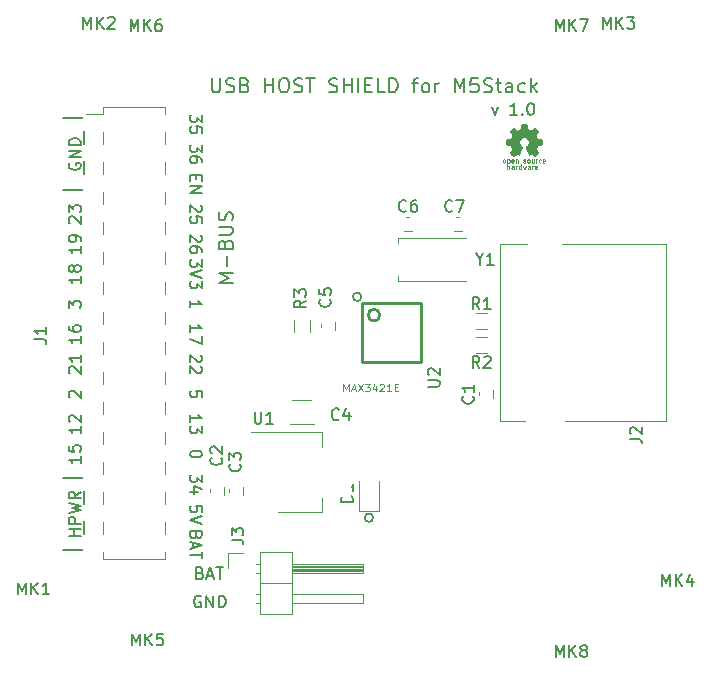
<source format=gto>
G04 #@! TF.FileFunction,Legend,Top*
%FSLAX46Y46*%
G04 Gerber Fmt 4.6, Leading zero omitted, Abs format (unit mm)*
G04 Created by KiCad (PCBNEW 4.0.7) date 06/02/18 04:08:01*
%MOMM*%
%LPD*%
G01*
G04 APERTURE LIST*
%ADD10C,0.100000*%
%ADD11C,0.080000*%
%ADD12C,0.200000*%
%ADD13C,0.120000*%
%ADD14C,0.254000*%
%ADD15C,0.002540*%
%ADD16C,0.150000*%
%ADD17C,0.050000*%
%ADD18R,2.400000X4.200000*%
%ADD19R,2.400000X1.900000*%
%ADD20C,3.600000*%
%ADD21R,1.150000X1.200000*%
%ADD22R,1.400000X2.000000*%
%ADD23R,1.200000X1.150000*%
%ADD24R,0.850000X1.000000*%
%ADD25C,1.900000*%
%ADD26C,3.400000*%
%ADD27C,2.600000*%
%ADD28R,0.900000X1.300000*%
%ADD29R,1.300000X0.900000*%
%ADD30R,1.543000X0.654000*%
%ADD31R,0.654000X1.543000*%
%ADD32R,2.400000X2.800000*%
%ADD33R,2.100000X2.100000*%
%ADD34O,2.100000X2.100000*%
%ADD35C,1.200000*%
%ADD36R,3.550000X1.400000*%
G04 APERTURE END LIST*
D10*
D11*
X141602857Y-94140952D02*
X141602857Y-93740952D01*
X141774286Y-94140952D02*
X141774286Y-93931429D01*
X141755238Y-93893333D01*
X141717143Y-93874286D01*
X141660000Y-93874286D01*
X141621905Y-93893333D01*
X141602857Y-93912381D01*
X142136191Y-94140952D02*
X142136191Y-93931429D01*
X142117143Y-93893333D01*
X142079048Y-93874286D01*
X142002857Y-93874286D01*
X141964762Y-93893333D01*
X142136191Y-94121905D02*
X142098095Y-94140952D01*
X142002857Y-94140952D01*
X141964762Y-94121905D01*
X141945714Y-94083810D01*
X141945714Y-94045714D01*
X141964762Y-94007619D01*
X142002857Y-93988571D01*
X142098095Y-93988571D01*
X142136191Y-93969524D01*
X142326667Y-94140952D02*
X142326667Y-93874286D01*
X142326667Y-93950476D02*
X142345715Y-93912381D01*
X142364762Y-93893333D01*
X142402858Y-93874286D01*
X142440953Y-93874286D01*
X142745715Y-94140952D02*
X142745715Y-93740952D01*
X142745715Y-94121905D02*
X142707619Y-94140952D01*
X142631429Y-94140952D01*
X142593334Y-94121905D01*
X142574286Y-94102857D01*
X142555238Y-94064762D01*
X142555238Y-93950476D01*
X142574286Y-93912381D01*
X142593334Y-93893333D01*
X142631429Y-93874286D01*
X142707619Y-93874286D01*
X142745715Y-93893333D01*
X142898096Y-93874286D02*
X142974286Y-94140952D01*
X143050477Y-93950476D01*
X143126667Y-94140952D01*
X143202858Y-93874286D01*
X143526668Y-94140952D02*
X143526668Y-93931429D01*
X143507620Y-93893333D01*
X143469525Y-93874286D01*
X143393334Y-93874286D01*
X143355239Y-93893333D01*
X143526668Y-94121905D02*
X143488572Y-94140952D01*
X143393334Y-94140952D01*
X143355239Y-94121905D01*
X143336191Y-94083810D01*
X143336191Y-94045714D01*
X143355239Y-94007619D01*
X143393334Y-93988571D01*
X143488572Y-93988571D01*
X143526668Y-93969524D01*
X143717144Y-94140952D02*
X143717144Y-93874286D01*
X143717144Y-93950476D02*
X143736192Y-93912381D01*
X143755239Y-93893333D01*
X143793335Y-93874286D01*
X143831430Y-93874286D01*
X144117144Y-94121905D02*
X144079049Y-94140952D01*
X144002858Y-94140952D01*
X143964763Y-94121905D01*
X143945715Y-94083810D01*
X143945715Y-93931429D01*
X143964763Y-93893333D01*
X144002858Y-93874286D01*
X144079049Y-93874286D01*
X144117144Y-93893333D01*
X144136192Y-93931429D01*
X144136192Y-93969524D01*
X143945715Y-94007619D01*
X141295238Y-93590952D02*
X141257143Y-93571905D01*
X141238095Y-93552857D01*
X141219047Y-93514762D01*
X141219047Y-93400476D01*
X141238095Y-93362381D01*
X141257143Y-93343333D01*
X141295238Y-93324286D01*
X141352381Y-93324286D01*
X141390476Y-93343333D01*
X141409524Y-93362381D01*
X141428571Y-93400476D01*
X141428571Y-93514762D01*
X141409524Y-93552857D01*
X141390476Y-93571905D01*
X141352381Y-93590952D01*
X141295238Y-93590952D01*
X141600000Y-93324286D02*
X141600000Y-93724286D01*
X141600000Y-93343333D02*
X141638095Y-93324286D01*
X141714286Y-93324286D01*
X141752381Y-93343333D01*
X141771429Y-93362381D01*
X141790476Y-93400476D01*
X141790476Y-93514762D01*
X141771429Y-93552857D01*
X141752381Y-93571905D01*
X141714286Y-93590952D01*
X141638095Y-93590952D01*
X141600000Y-93571905D01*
X142114286Y-93571905D02*
X142076191Y-93590952D01*
X142000000Y-93590952D01*
X141961905Y-93571905D01*
X141942857Y-93533810D01*
X141942857Y-93381429D01*
X141961905Y-93343333D01*
X142000000Y-93324286D01*
X142076191Y-93324286D01*
X142114286Y-93343333D01*
X142133334Y-93381429D01*
X142133334Y-93419524D01*
X141942857Y-93457619D01*
X142304762Y-93324286D02*
X142304762Y-93590952D01*
X142304762Y-93362381D02*
X142323810Y-93343333D01*
X142361905Y-93324286D01*
X142419048Y-93324286D01*
X142457143Y-93343333D01*
X142476191Y-93381429D01*
X142476191Y-93590952D01*
X142952381Y-93571905D02*
X142990477Y-93590952D01*
X143066667Y-93590952D01*
X143104762Y-93571905D01*
X143123810Y-93533810D01*
X143123810Y-93514762D01*
X143104762Y-93476667D01*
X143066667Y-93457619D01*
X143009524Y-93457619D01*
X142971429Y-93438571D01*
X142952381Y-93400476D01*
X142952381Y-93381429D01*
X142971429Y-93343333D01*
X143009524Y-93324286D01*
X143066667Y-93324286D01*
X143104762Y-93343333D01*
X143352382Y-93590952D02*
X143314287Y-93571905D01*
X143295239Y-93552857D01*
X143276191Y-93514762D01*
X143276191Y-93400476D01*
X143295239Y-93362381D01*
X143314287Y-93343333D01*
X143352382Y-93324286D01*
X143409525Y-93324286D01*
X143447620Y-93343333D01*
X143466668Y-93362381D01*
X143485715Y-93400476D01*
X143485715Y-93514762D01*
X143466668Y-93552857D01*
X143447620Y-93571905D01*
X143409525Y-93590952D01*
X143352382Y-93590952D01*
X143828573Y-93324286D02*
X143828573Y-93590952D01*
X143657144Y-93324286D02*
X143657144Y-93533810D01*
X143676192Y-93571905D01*
X143714287Y-93590952D01*
X143771430Y-93590952D01*
X143809525Y-93571905D01*
X143828573Y-93552857D01*
X144019049Y-93590952D02*
X144019049Y-93324286D01*
X144019049Y-93400476D02*
X144038097Y-93362381D01*
X144057144Y-93343333D01*
X144095240Y-93324286D01*
X144133335Y-93324286D01*
X144438097Y-93571905D02*
X144400001Y-93590952D01*
X144323811Y-93590952D01*
X144285716Y-93571905D01*
X144266668Y-93552857D01*
X144247620Y-93514762D01*
X144247620Y-93400476D01*
X144266668Y-93362381D01*
X144285716Y-93343333D01*
X144323811Y-93324286D01*
X144400001Y-93324286D01*
X144438097Y-93343333D01*
X144761906Y-93571905D02*
X144723811Y-93590952D01*
X144647620Y-93590952D01*
X144609525Y-93571905D01*
X144590477Y-93533810D01*
X144590477Y-93381429D01*
X144609525Y-93343333D01*
X144647620Y-93324286D01*
X144723811Y-93324286D01*
X144761906Y-93343333D01*
X144780954Y-93381429D01*
X144780954Y-93419524D01*
X144590477Y-93457619D01*
D12*
X115638096Y-130300000D02*
X115542858Y-130252381D01*
X115400001Y-130252381D01*
X115257143Y-130300000D01*
X115161905Y-130395238D01*
X115114286Y-130490476D01*
X115066667Y-130680952D01*
X115066667Y-130823810D01*
X115114286Y-131014286D01*
X115161905Y-131109524D01*
X115257143Y-131204762D01*
X115400001Y-131252381D01*
X115495239Y-131252381D01*
X115638096Y-131204762D01*
X115685715Y-131157143D01*
X115685715Y-130823810D01*
X115495239Y-130823810D01*
X116114286Y-131252381D02*
X116114286Y-130252381D01*
X116685715Y-131252381D01*
X116685715Y-130252381D01*
X117161905Y-131252381D02*
X117161905Y-130252381D01*
X117400000Y-130252381D01*
X117542858Y-130300000D01*
X117638096Y-130395238D01*
X117685715Y-130490476D01*
X117733334Y-130680952D01*
X117733334Y-130823810D01*
X117685715Y-131014286D01*
X117638096Y-131109524D01*
X117542858Y-131204762D01*
X117400000Y-131252381D01*
X117161905Y-131252381D01*
X115561905Y-128328571D02*
X115704762Y-128376190D01*
X115752381Y-128423810D01*
X115800000Y-128519048D01*
X115800000Y-128661905D01*
X115752381Y-128757143D01*
X115704762Y-128804762D01*
X115609524Y-128852381D01*
X115228571Y-128852381D01*
X115228571Y-127852381D01*
X115561905Y-127852381D01*
X115657143Y-127900000D01*
X115704762Y-127947619D01*
X115752381Y-128042857D01*
X115752381Y-128138095D01*
X115704762Y-128233333D01*
X115657143Y-128280952D01*
X115561905Y-128328571D01*
X115228571Y-128328571D01*
X116180952Y-128566667D02*
X116657143Y-128566667D01*
X116085714Y-128852381D02*
X116419047Y-127852381D01*
X116752381Y-128852381D01*
X116942857Y-127852381D02*
X117514286Y-127852381D01*
X117228571Y-128852381D02*
X117228571Y-127852381D01*
X140290476Y-88885714D02*
X140528571Y-89552381D01*
X140766667Y-88885714D01*
X142433334Y-89552381D02*
X141861905Y-89552381D01*
X142147619Y-89552381D02*
X142147619Y-88552381D01*
X142052381Y-88695238D01*
X141957143Y-88790476D01*
X141861905Y-88838095D01*
X142861905Y-89457143D02*
X142909524Y-89504762D01*
X142861905Y-89552381D01*
X142814286Y-89504762D01*
X142861905Y-89457143D01*
X142861905Y-89552381D01*
X143528571Y-88552381D02*
X143623810Y-88552381D01*
X143719048Y-88600000D01*
X143766667Y-88647619D01*
X143814286Y-88742857D01*
X143861905Y-88933333D01*
X143861905Y-89171429D01*
X143814286Y-89361905D01*
X143766667Y-89457143D01*
X143719048Y-89504762D01*
X143623810Y-89552381D01*
X143528571Y-89552381D01*
X143433333Y-89504762D01*
X143385714Y-89457143D01*
X143338095Y-89361905D01*
X143290476Y-89171429D01*
X143290476Y-88933333D01*
X143338095Y-88742857D01*
X143385714Y-88647619D01*
X143433333Y-88600000D01*
X143528571Y-88552381D01*
X118342857Y-103742857D02*
X117142857Y-103742857D01*
X118000000Y-103342857D01*
X117142857Y-102942857D01*
X118342857Y-102942857D01*
X117885714Y-102371428D02*
X117885714Y-101457142D01*
X117714286Y-100485714D02*
X117771429Y-100314285D01*
X117828571Y-100257142D01*
X117942857Y-100199999D01*
X118114286Y-100199999D01*
X118228571Y-100257142D01*
X118285714Y-100314285D01*
X118342857Y-100428571D01*
X118342857Y-100885714D01*
X117142857Y-100885714D01*
X117142857Y-100485714D01*
X117200000Y-100371428D01*
X117257143Y-100314285D01*
X117371429Y-100257142D01*
X117485714Y-100257142D01*
X117600000Y-100314285D01*
X117657143Y-100371428D01*
X117714286Y-100485714D01*
X117714286Y-100885714D01*
X117142857Y-99685714D02*
X118114286Y-99685714D01*
X118228571Y-99628571D01*
X118285714Y-99571428D01*
X118342857Y-99457142D01*
X118342857Y-99228571D01*
X118285714Y-99114285D01*
X118228571Y-99057142D01*
X118114286Y-98999999D01*
X117142857Y-98999999D01*
X118285714Y-98485714D02*
X118342857Y-98314285D01*
X118342857Y-98028571D01*
X118285714Y-97914285D01*
X118228571Y-97857142D01*
X118114286Y-97799999D01*
X118000000Y-97799999D01*
X117885714Y-97857142D01*
X117828571Y-97914285D01*
X117771429Y-98028571D01*
X117714286Y-98257142D01*
X117657143Y-98371428D01*
X117600000Y-98428571D01*
X117485714Y-98485714D01*
X117371429Y-98485714D01*
X117257143Y-98428571D01*
X117200000Y-98371428D01*
X117142857Y-98257142D01*
X117142857Y-97971428D01*
X117200000Y-97799999D01*
X116585714Y-86442857D02*
X116585714Y-87414286D01*
X116642857Y-87528571D01*
X116700000Y-87585714D01*
X116814286Y-87642857D01*
X117042857Y-87642857D01*
X117157143Y-87585714D01*
X117214286Y-87528571D01*
X117271429Y-87414286D01*
X117271429Y-86442857D01*
X117785714Y-87585714D02*
X117957143Y-87642857D01*
X118242857Y-87642857D01*
X118357143Y-87585714D01*
X118414286Y-87528571D01*
X118471429Y-87414286D01*
X118471429Y-87300000D01*
X118414286Y-87185714D01*
X118357143Y-87128571D01*
X118242857Y-87071429D01*
X118014286Y-87014286D01*
X117900000Y-86957143D01*
X117842857Y-86900000D01*
X117785714Y-86785714D01*
X117785714Y-86671429D01*
X117842857Y-86557143D01*
X117900000Y-86500000D01*
X118014286Y-86442857D01*
X118300000Y-86442857D01*
X118471429Y-86500000D01*
X119385714Y-87014286D02*
X119557143Y-87071429D01*
X119614286Y-87128571D01*
X119671429Y-87242857D01*
X119671429Y-87414286D01*
X119614286Y-87528571D01*
X119557143Y-87585714D01*
X119442857Y-87642857D01*
X118985714Y-87642857D01*
X118985714Y-86442857D01*
X119385714Y-86442857D01*
X119500000Y-86500000D01*
X119557143Y-86557143D01*
X119614286Y-86671429D01*
X119614286Y-86785714D01*
X119557143Y-86900000D01*
X119500000Y-86957143D01*
X119385714Y-87014286D01*
X118985714Y-87014286D01*
X121100000Y-87642857D02*
X121100000Y-86442857D01*
X121100000Y-87014286D02*
X121785715Y-87014286D01*
X121785715Y-87642857D02*
X121785715Y-86442857D01*
X122585715Y-86442857D02*
X122814286Y-86442857D01*
X122928572Y-86500000D01*
X123042858Y-86614286D01*
X123100000Y-86842857D01*
X123100000Y-87242857D01*
X123042858Y-87471429D01*
X122928572Y-87585714D01*
X122814286Y-87642857D01*
X122585715Y-87642857D01*
X122471429Y-87585714D01*
X122357143Y-87471429D01*
X122300000Y-87242857D01*
X122300000Y-86842857D01*
X122357143Y-86614286D01*
X122471429Y-86500000D01*
X122585715Y-86442857D01*
X123557143Y-87585714D02*
X123728572Y-87642857D01*
X124014286Y-87642857D01*
X124128572Y-87585714D01*
X124185715Y-87528571D01*
X124242858Y-87414286D01*
X124242858Y-87300000D01*
X124185715Y-87185714D01*
X124128572Y-87128571D01*
X124014286Y-87071429D01*
X123785715Y-87014286D01*
X123671429Y-86957143D01*
X123614286Y-86900000D01*
X123557143Y-86785714D01*
X123557143Y-86671429D01*
X123614286Y-86557143D01*
X123671429Y-86500000D01*
X123785715Y-86442857D01*
X124071429Y-86442857D01*
X124242858Y-86500000D01*
X124585715Y-86442857D02*
X125271429Y-86442857D01*
X124928572Y-87642857D02*
X124928572Y-86442857D01*
X126528572Y-87585714D02*
X126700001Y-87642857D01*
X126985715Y-87642857D01*
X127100001Y-87585714D01*
X127157144Y-87528571D01*
X127214287Y-87414286D01*
X127214287Y-87300000D01*
X127157144Y-87185714D01*
X127100001Y-87128571D01*
X126985715Y-87071429D01*
X126757144Y-87014286D01*
X126642858Y-86957143D01*
X126585715Y-86900000D01*
X126528572Y-86785714D01*
X126528572Y-86671429D01*
X126585715Y-86557143D01*
X126642858Y-86500000D01*
X126757144Y-86442857D01*
X127042858Y-86442857D01*
X127214287Y-86500000D01*
X127728572Y-87642857D02*
X127728572Y-86442857D01*
X127728572Y-87014286D02*
X128414287Y-87014286D01*
X128414287Y-87642857D02*
X128414287Y-86442857D01*
X128985715Y-87642857D02*
X128985715Y-86442857D01*
X129557144Y-87014286D02*
X129957144Y-87014286D01*
X130128573Y-87642857D02*
X129557144Y-87642857D01*
X129557144Y-86442857D01*
X130128573Y-86442857D01*
X131214287Y-87642857D02*
X130642858Y-87642857D01*
X130642858Y-86442857D01*
X131614287Y-87642857D02*
X131614287Y-86442857D01*
X131900002Y-86442857D01*
X132071430Y-86500000D01*
X132185716Y-86614286D01*
X132242859Y-86728571D01*
X132300002Y-86957143D01*
X132300002Y-87128571D01*
X132242859Y-87357143D01*
X132185716Y-87471429D01*
X132071430Y-87585714D01*
X131900002Y-87642857D01*
X131614287Y-87642857D01*
X133557145Y-86842857D02*
X134014288Y-86842857D01*
X133728573Y-87642857D02*
X133728573Y-86614286D01*
X133785716Y-86500000D01*
X133900002Y-86442857D01*
X134014288Y-86442857D01*
X134585716Y-87642857D02*
X134471430Y-87585714D01*
X134414287Y-87528571D01*
X134357144Y-87414286D01*
X134357144Y-87071429D01*
X134414287Y-86957143D01*
X134471430Y-86900000D01*
X134585716Y-86842857D01*
X134757144Y-86842857D01*
X134871430Y-86900000D01*
X134928573Y-86957143D01*
X134985716Y-87071429D01*
X134985716Y-87414286D01*
X134928573Y-87528571D01*
X134871430Y-87585714D01*
X134757144Y-87642857D01*
X134585716Y-87642857D01*
X135500001Y-87642857D02*
X135500001Y-86842857D01*
X135500001Y-87071429D02*
X135557144Y-86957143D01*
X135614287Y-86900000D01*
X135728573Y-86842857D01*
X135842858Y-86842857D01*
X137157144Y-87642857D02*
X137157144Y-86442857D01*
X137557144Y-87300000D01*
X137957144Y-86442857D01*
X137957144Y-87642857D01*
X139100002Y-86442857D02*
X138528573Y-86442857D01*
X138471430Y-87014286D01*
X138528573Y-86957143D01*
X138642859Y-86900000D01*
X138928573Y-86900000D01*
X139042859Y-86957143D01*
X139100002Y-87014286D01*
X139157145Y-87128571D01*
X139157145Y-87414286D01*
X139100002Y-87528571D01*
X139042859Y-87585714D01*
X138928573Y-87642857D01*
X138642859Y-87642857D01*
X138528573Y-87585714D01*
X138471430Y-87528571D01*
X139614287Y-87585714D02*
X139785716Y-87642857D01*
X140071430Y-87642857D01*
X140185716Y-87585714D01*
X140242859Y-87528571D01*
X140300002Y-87414286D01*
X140300002Y-87300000D01*
X140242859Y-87185714D01*
X140185716Y-87128571D01*
X140071430Y-87071429D01*
X139842859Y-87014286D01*
X139728573Y-86957143D01*
X139671430Y-86900000D01*
X139614287Y-86785714D01*
X139614287Y-86671429D01*
X139671430Y-86557143D01*
X139728573Y-86500000D01*
X139842859Y-86442857D01*
X140128573Y-86442857D01*
X140300002Y-86500000D01*
X140642859Y-86842857D02*
X141100002Y-86842857D01*
X140814287Y-86442857D02*
X140814287Y-87471429D01*
X140871430Y-87585714D01*
X140985716Y-87642857D01*
X141100002Y-87642857D01*
X142014287Y-87642857D02*
X142014287Y-87014286D01*
X141957144Y-86900000D01*
X141842858Y-86842857D01*
X141614287Y-86842857D01*
X141500001Y-86900000D01*
X142014287Y-87585714D02*
X141900001Y-87642857D01*
X141614287Y-87642857D01*
X141500001Y-87585714D01*
X141442858Y-87471429D01*
X141442858Y-87357143D01*
X141500001Y-87242857D01*
X141614287Y-87185714D01*
X141900001Y-87185714D01*
X142014287Y-87128571D01*
X143100001Y-87585714D02*
X142985715Y-87642857D01*
X142757144Y-87642857D01*
X142642858Y-87585714D01*
X142585715Y-87528571D01*
X142528572Y-87414286D01*
X142528572Y-87071429D01*
X142585715Y-86957143D01*
X142642858Y-86900000D01*
X142757144Y-86842857D01*
X142985715Y-86842857D01*
X143100001Y-86900000D01*
X143614286Y-87642857D02*
X143614286Y-86442857D01*
X143728572Y-87185714D02*
X144071429Y-87642857D01*
X144071429Y-86842857D02*
X143614286Y-87300000D01*
X129233210Y-104952000D02*
G75*
G03X129233210Y-104952000I-359210J0D01*
G01*
X130237210Y-123656000D02*
G75*
G03X130237210Y-123656000I-359210J0D01*
G01*
X115247429Y-125149905D02*
X115199810Y-125292762D01*
X115152190Y-125340381D01*
X115056952Y-125388000D01*
X114914095Y-125388000D01*
X114818857Y-125340381D01*
X114771238Y-125292762D01*
X114723619Y-125197524D01*
X114723619Y-124816571D01*
X115723619Y-124816571D01*
X115723619Y-125149905D01*
X115676000Y-125245143D01*
X115628381Y-125292762D01*
X115533143Y-125340381D01*
X115437905Y-125340381D01*
X115342667Y-125292762D01*
X115295048Y-125245143D01*
X115247429Y-125149905D01*
X115247429Y-124816571D01*
X115009333Y-125768952D02*
X115009333Y-126245143D01*
X114723619Y-125673714D02*
X115723619Y-126007047D01*
X114723619Y-126340381D01*
X115723619Y-126530857D02*
X115723619Y-127102286D01*
X114723619Y-126816571D02*
X115723619Y-126816571D01*
X115723619Y-123157524D02*
X115723619Y-122681333D01*
X115247429Y-122633714D01*
X115295048Y-122681333D01*
X115342667Y-122776571D01*
X115342667Y-123014667D01*
X115295048Y-123109905D01*
X115247429Y-123157524D01*
X115152190Y-123205143D01*
X114914095Y-123205143D01*
X114818857Y-123157524D01*
X114771238Y-123109905D01*
X114723619Y-123014667D01*
X114723619Y-122776571D01*
X114771238Y-122681333D01*
X114818857Y-122633714D01*
X115723619Y-123490857D02*
X114723619Y-123824190D01*
X115723619Y-124157524D01*
X115723619Y-119998476D02*
X115723619Y-120617524D01*
X115342667Y-120284190D01*
X115342667Y-120427048D01*
X115295048Y-120522286D01*
X115247429Y-120569905D01*
X115152190Y-120617524D01*
X114914095Y-120617524D01*
X114818857Y-120569905D01*
X114771238Y-120522286D01*
X114723619Y-120427048D01*
X114723619Y-120141333D01*
X114771238Y-120046095D01*
X114818857Y-119998476D01*
X115390286Y-121474667D02*
X114723619Y-121474667D01*
X115771238Y-121236571D02*
X115056952Y-120998476D01*
X115056952Y-121617524D01*
X115723619Y-118220381D02*
X115723619Y-118315620D01*
X115676000Y-118410858D01*
X115628381Y-118458477D01*
X115533143Y-118506096D01*
X115342667Y-118553715D01*
X115104571Y-118553715D01*
X114914095Y-118506096D01*
X114818857Y-118458477D01*
X114771238Y-118410858D01*
X114723619Y-118315620D01*
X114723619Y-118220381D01*
X114771238Y-118125143D01*
X114818857Y-118077524D01*
X114914095Y-118029905D01*
X115104571Y-117982286D01*
X115342667Y-117982286D01*
X115533143Y-118029905D01*
X115628381Y-118077524D01*
X115676000Y-118125143D01*
X115723619Y-118220381D01*
X114723619Y-115537524D02*
X114723619Y-114966095D01*
X114723619Y-115251809D02*
X115723619Y-115251809D01*
X115580762Y-115156571D01*
X115485524Y-115061333D01*
X115437905Y-114966095D01*
X115723619Y-115870857D02*
X115723619Y-116489905D01*
X115342667Y-116156571D01*
X115342667Y-116299429D01*
X115295048Y-116394667D01*
X115247429Y-116442286D01*
X115152190Y-116489905D01*
X114914095Y-116489905D01*
X114818857Y-116442286D01*
X114771238Y-116394667D01*
X114723619Y-116299429D01*
X114723619Y-116013714D01*
X114771238Y-115918476D01*
X114818857Y-115870857D01*
X115723619Y-113426096D02*
X115723619Y-112949905D01*
X115247429Y-112902286D01*
X115295048Y-112949905D01*
X115342667Y-113045143D01*
X115342667Y-113283239D01*
X115295048Y-113378477D01*
X115247429Y-113426096D01*
X115152190Y-113473715D01*
X114914095Y-113473715D01*
X114818857Y-113426096D01*
X114771238Y-113378477D01*
X114723619Y-113283239D01*
X114723619Y-113045143D01*
X114771238Y-112949905D01*
X114818857Y-112902286D01*
X115628381Y-109886095D02*
X115676000Y-109933714D01*
X115723619Y-110028952D01*
X115723619Y-110267048D01*
X115676000Y-110362286D01*
X115628381Y-110409905D01*
X115533143Y-110457524D01*
X115437905Y-110457524D01*
X115295048Y-110409905D01*
X114723619Y-109838476D01*
X114723619Y-110457524D01*
X115628381Y-110838476D02*
X115676000Y-110886095D01*
X115723619Y-110981333D01*
X115723619Y-111219429D01*
X115676000Y-111314667D01*
X115628381Y-111362286D01*
X115533143Y-111409905D01*
X115437905Y-111409905D01*
X115295048Y-111362286D01*
X114723619Y-110790857D01*
X114723619Y-111409905D01*
X114723619Y-107917524D02*
X114723619Y-107346095D01*
X114723619Y-107631809D02*
X115723619Y-107631809D01*
X115580762Y-107536571D01*
X115485524Y-107441333D01*
X115437905Y-107346095D01*
X115723619Y-108250857D02*
X115723619Y-108917524D01*
X114723619Y-108488952D01*
X114723619Y-105853715D02*
X114723619Y-105282286D01*
X114723619Y-105568000D02*
X115723619Y-105568000D01*
X115580762Y-105472762D01*
X115485524Y-105377524D01*
X115437905Y-105282286D01*
X115723619Y-101789905D02*
X115723619Y-102408953D01*
X115342667Y-102075619D01*
X115342667Y-102218477D01*
X115295048Y-102313715D01*
X115247429Y-102361334D01*
X115152190Y-102408953D01*
X114914095Y-102408953D01*
X114818857Y-102361334D01*
X114771238Y-102313715D01*
X114723619Y-102218477D01*
X114723619Y-101932762D01*
X114771238Y-101837524D01*
X114818857Y-101789905D01*
X115723619Y-102694667D02*
X114723619Y-103028000D01*
X115723619Y-103361334D01*
X115723619Y-103599429D02*
X115723619Y-104218477D01*
X115342667Y-103885143D01*
X115342667Y-104028001D01*
X115295048Y-104123239D01*
X115247429Y-104170858D01*
X115152190Y-104218477D01*
X114914095Y-104218477D01*
X114818857Y-104170858D01*
X114771238Y-104123239D01*
X114723619Y-104028001D01*
X114723619Y-103742286D01*
X114771238Y-103647048D01*
X114818857Y-103599429D01*
X115628381Y-99726095D02*
X115676000Y-99773714D01*
X115723619Y-99868952D01*
X115723619Y-100107048D01*
X115676000Y-100202286D01*
X115628381Y-100249905D01*
X115533143Y-100297524D01*
X115437905Y-100297524D01*
X115295048Y-100249905D01*
X114723619Y-99678476D01*
X114723619Y-100297524D01*
X115723619Y-101154667D02*
X115723619Y-100964190D01*
X115676000Y-100868952D01*
X115628381Y-100821333D01*
X115485524Y-100726095D01*
X115295048Y-100678476D01*
X114914095Y-100678476D01*
X114818857Y-100726095D01*
X114771238Y-100773714D01*
X114723619Y-100868952D01*
X114723619Y-101059429D01*
X114771238Y-101154667D01*
X114818857Y-101202286D01*
X114914095Y-101249905D01*
X115152190Y-101249905D01*
X115247429Y-101202286D01*
X115295048Y-101154667D01*
X115342667Y-101059429D01*
X115342667Y-100868952D01*
X115295048Y-100773714D01*
X115247429Y-100726095D01*
X115152190Y-100678476D01*
X115628381Y-97186095D02*
X115676000Y-97233714D01*
X115723619Y-97328952D01*
X115723619Y-97567048D01*
X115676000Y-97662286D01*
X115628381Y-97709905D01*
X115533143Y-97757524D01*
X115437905Y-97757524D01*
X115295048Y-97709905D01*
X114723619Y-97138476D01*
X114723619Y-97757524D01*
X115723619Y-98662286D02*
X115723619Y-98186095D01*
X115247429Y-98138476D01*
X115295048Y-98186095D01*
X115342667Y-98281333D01*
X115342667Y-98519429D01*
X115295048Y-98614667D01*
X115247429Y-98662286D01*
X115152190Y-98709905D01*
X114914095Y-98709905D01*
X114818857Y-98662286D01*
X114771238Y-98614667D01*
X114723619Y-98519429D01*
X114723619Y-98281333D01*
X114771238Y-98186095D01*
X114818857Y-98138476D01*
X115247429Y-94669905D02*
X115247429Y-95003239D01*
X114723619Y-95146096D02*
X114723619Y-94669905D01*
X115723619Y-94669905D01*
X115723619Y-95146096D01*
X114723619Y-95574667D02*
X115723619Y-95574667D01*
X114723619Y-96146096D01*
X115723619Y-96146096D01*
X115723619Y-92058476D02*
X115723619Y-92677524D01*
X115342667Y-92344190D01*
X115342667Y-92487048D01*
X115295048Y-92582286D01*
X115247429Y-92629905D01*
X115152190Y-92677524D01*
X114914095Y-92677524D01*
X114818857Y-92629905D01*
X114771238Y-92582286D01*
X114723619Y-92487048D01*
X114723619Y-92201333D01*
X114771238Y-92106095D01*
X114818857Y-92058476D01*
X115723619Y-93534667D02*
X115723619Y-93344190D01*
X115676000Y-93248952D01*
X115628381Y-93201333D01*
X115485524Y-93106095D01*
X115295048Y-93058476D01*
X114914095Y-93058476D01*
X114818857Y-93106095D01*
X114771238Y-93153714D01*
X114723619Y-93248952D01*
X114723619Y-93439429D01*
X114771238Y-93534667D01*
X114818857Y-93582286D01*
X114914095Y-93629905D01*
X115152190Y-93629905D01*
X115247429Y-93582286D01*
X115295048Y-93534667D01*
X115342667Y-93439429D01*
X115342667Y-93248952D01*
X115295048Y-93153714D01*
X115247429Y-93106095D01*
X115152190Y-93058476D01*
X115723619Y-89518476D02*
X115723619Y-90137524D01*
X115342667Y-89804190D01*
X115342667Y-89947048D01*
X115295048Y-90042286D01*
X115247429Y-90089905D01*
X115152190Y-90137524D01*
X114914095Y-90137524D01*
X114818857Y-90089905D01*
X114771238Y-90042286D01*
X114723619Y-89947048D01*
X114723619Y-89661333D01*
X114771238Y-89566095D01*
X114818857Y-89518476D01*
X115723619Y-91042286D02*
X115723619Y-90566095D01*
X115247429Y-90518476D01*
X115295048Y-90566095D01*
X115342667Y-90661333D01*
X115342667Y-90899429D01*
X115295048Y-90994667D01*
X115247429Y-91042286D01*
X115152190Y-91089905D01*
X114914095Y-91089905D01*
X114818857Y-91042286D01*
X114771238Y-90994667D01*
X114723619Y-90899429D01*
X114723619Y-90661333D01*
X114771238Y-90566095D01*
X114818857Y-90518476D01*
X105778000Y-126396000D02*
X104000000Y-126396000D01*
X105778000Y-120300000D02*
X105778000Y-126396000D01*
X104000000Y-120300000D02*
X105778000Y-120300000D01*
X105778000Y-89820000D02*
X105778000Y-95916000D01*
X105778000Y-95916000D02*
X104000000Y-95916000D01*
X104000000Y-89820000D02*
X105778000Y-89820000D01*
X105468381Y-125205143D02*
X104468381Y-125205143D01*
X104944571Y-125205143D02*
X104944571Y-124633714D01*
X105468381Y-124633714D02*
X104468381Y-124633714D01*
X105468381Y-124157524D02*
X104468381Y-124157524D01*
X104468381Y-123776571D01*
X104516000Y-123681333D01*
X104563619Y-123633714D01*
X104658857Y-123586095D01*
X104801714Y-123586095D01*
X104896952Y-123633714D01*
X104944571Y-123681333D01*
X104992190Y-123776571D01*
X104992190Y-124157524D01*
X104468381Y-123252762D02*
X105468381Y-123014667D01*
X104754095Y-122824190D01*
X105468381Y-122633714D01*
X104468381Y-122395619D01*
X105468381Y-121443238D02*
X104992190Y-121776572D01*
X105468381Y-122014667D02*
X104468381Y-122014667D01*
X104468381Y-121633714D01*
X104516000Y-121538476D01*
X104563619Y-121490857D01*
X104658857Y-121443238D01*
X104801714Y-121443238D01*
X104896952Y-121490857D01*
X104944571Y-121538476D01*
X104992190Y-121633714D01*
X104992190Y-122014667D01*
X105468381Y-118458476D02*
X105468381Y-119029905D01*
X105468381Y-118744191D02*
X104468381Y-118744191D01*
X104611238Y-118839429D01*
X104706476Y-118934667D01*
X104754095Y-119029905D01*
X104468381Y-117553714D02*
X104468381Y-118029905D01*
X104944571Y-118077524D01*
X104896952Y-118029905D01*
X104849333Y-117934667D01*
X104849333Y-117696571D01*
X104896952Y-117601333D01*
X104944571Y-117553714D01*
X105039810Y-117506095D01*
X105277905Y-117506095D01*
X105373143Y-117553714D01*
X105420762Y-117601333D01*
X105468381Y-117696571D01*
X105468381Y-117934667D01*
X105420762Y-118029905D01*
X105373143Y-118077524D01*
X105468381Y-115918476D02*
X105468381Y-116489905D01*
X105468381Y-116204191D02*
X104468381Y-116204191D01*
X104611238Y-116299429D01*
X104706476Y-116394667D01*
X104754095Y-116489905D01*
X104563619Y-115537524D02*
X104516000Y-115489905D01*
X104468381Y-115394667D01*
X104468381Y-115156571D01*
X104516000Y-115061333D01*
X104563619Y-115013714D01*
X104658857Y-114966095D01*
X104754095Y-114966095D01*
X104896952Y-115013714D01*
X105468381Y-115585143D01*
X105468381Y-114966095D01*
X104563619Y-113473714D02*
X104516000Y-113426095D01*
X104468381Y-113330857D01*
X104468381Y-113092761D01*
X104516000Y-112997523D01*
X104563619Y-112949904D01*
X104658857Y-112902285D01*
X104754095Y-112902285D01*
X104896952Y-112949904D01*
X105468381Y-113521333D01*
X105468381Y-112902285D01*
X104563619Y-111409905D02*
X104516000Y-111362286D01*
X104468381Y-111267048D01*
X104468381Y-111028952D01*
X104516000Y-110933714D01*
X104563619Y-110886095D01*
X104658857Y-110838476D01*
X104754095Y-110838476D01*
X104896952Y-110886095D01*
X105468381Y-111457524D01*
X105468381Y-110838476D01*
X105468381Y-109886095D02*
X105468381Y-110457524D01*
X105468381Y-110171810D02*
X104468381Y-110171810D01*
X104611238Y-110267048D01*
X104706476Y-110362286D01*
X104754095Y-110457524D01*
X105468381Y-108298476D02*
X105468381Y-108869905D01*
X105468381Y-108584191D02*
X104468381Y-108584191D01*
X104611238Y-108679429D01*
X104706476Y-108774667D01*
X104754095Y-108869905D01*
X104468381Y-107441333D02*
X104468381Y-107631810D01*
X104516000Y-107727048D01*
X104563619Y-107774667D01*
X104706476Y-107869905D01*
X104896952Y-107917524D01*
X105277905Y-107917524D01*
X105373143Y-107869905D01*
X105420762Y-107822286D01*
X105468381Y-107727048D01*
X105468381Y-107536571D01*
X105420762Y-107441333D01*
X105373143Y-107393714D01*
X105277905Y-107346095D01*
X105039810Y-107346095D01*
X104944571Y-107393714D01*
X104896952Y-107441333D01*
X104849333Y-107536571D01*
X104849333Y-107727048D01*
X104896952Y-107822286D01*
X104944571Y-107869905D01*
X105039810Y-107917524D01*
X104468381Y-105901333D02*
X104468381Y-105282285D01*
X104849333Y-105615619D01*
X104849333Y-105472761D01*
X104896952Y-105377523D01*
X104944571Y-105329904D01*
X105039810Y-105282285D01*
X105277905Y-105282285D01*
X105373143Y-105329904D01*
X105420762Y-105377523D01*
X105468381Y-105472761D01*
X105468381Y-105758476D01*
X105420762Y-105853714D01*
X105373143Y-105901333D01*
X105468381Y-103218476D02*
X105468381Y-103789905D01*
X105468381Y-103504191D02*
X104468381Y-103504191D01*
X104611238Y-103599429D01*
X104706476Y-103694667D01*
X104754095Y-103789905D01*
X104896952Y-102647048D02*
X104849333Y-102742286D01*
X104801714Y-102789905D01*
X104706476Y-102837524D01*
X104658857Y-102837524D01*
X104563619Y-102789905D01*
X104516000Y-102742286D01*
X104468381Y-102647048D01*
X104468381Y-102456571D01*
X104516000Y-102361333D01*
X104563619Y-102313714D01*
X104658857Y-102266095D01*
X104706476Y-102266095D01*
X104801714Y-102313714D01*
X104849333Y-102361333D01*
X104896952Y-102456571D01*
X104896952Y-102647048D01*
X104944571Y-102742286D01*
X104992190Y-102789905D01*
X105087429Y-102837524D01*
X105277905Y-102837524D01*
X105373143Y-102789905D01*
X105420762Y-102742286D01*
X105468381Y-102647048D01*
X105468381Y-102456571D01*
X105420762Y-102361333D01*
X105373143Y-102313714D01*
X105277905Y-102266095D01*
X105087429Y-102266095D01*
X104992190Y-102313714D01*
X104944571Y-102361333D01*
X104896952Y-102456571D01*
X105468381Y-100678476D02*
X105468381Y-101249905D01*
X105468381Y-100964191D02*
X104468381Y-100964191D01*
X104611238Y-101059429D01*
X104706476Y-101154667D01*
X104754095Y-101249905D01*
X105468381Y-100202286D02*
X105468381Y-100011810D01*
X105420762Y-99916571D01*
X105373143Y-99868952D01*
X105230286Y-99773714D01*
X105039810Y-99726095D01*
X104658857Y-99726095D01*
X104563619Y-99773714D01*
X104516000Y-99821333D01*
X104468381Y-99916571D01*
X104468381Y-100107048D01*
X104516000Y-100202286D01*
X104563619Y-100249905D01*
X104658857Y-100297524D01*
X104896952Y-100297524D01*
X104992190Y-100249905D01*
X105039810Y-100202286D01*
X105087429Y-100107048D01*
X105087429Y-99916571D01*
X105039810Y-99821333D01*
X104992190Y-99773714D01*
X104896952Y-99726095D01*
X104563619Y-98709905D02*
X104516000Y-98662286D01*
X104468381Y-98567048D01*
X104468381Y-98328952D01*
X104516000Y-98233714D01*
X104563619Y-98186095D01*
X104658857Y-98138476D01*
X104754095Y-98138476D01*
X104896952Y-98186095D01*
X105468381Y-98757524D01*
X105468381Y-98138476D01*
X104468381Y-97805143D02*
X104468381Y-97186095D01*
X104849333Y-97519429D01*
X104849333Y-97376571D01*
X104896952Y-97281333D01*
X104944571Y-97233714D01*
X105039810Y-97186095D01*
X105277905Y-97186095D01*
X105373143Y-97233714D01*
X105420762Y-97281333D01*
X105468381Y-97376571D01*
X105468381Y-97662286D01*
X105420762Y-97757524D01*
X105373143Y-97805143D01*
X104516000Y-93629904D02*
X104468381Y-93725142D01*
X104468381Y-93867999D01*
X104516000Y-94010857D01*
X104611238Y-94106095D01*
X104706476Y-94153714D01*
X104896952Y-94201333D01*
X105039810Y-94201333D01*
X105230286Y-94153714D01*
X105325524Y-94106095D01*
X105420762Y-94010857D01*
X105468381Y-93867999D01*
X105468381Y-93772761D01*
X105420762Y-93629904D01*
X105373143Y-93582285D01*
X105039810Y-93582285D01*
X105039810Y-93772761D01*
X105468381Y-93153714D02*
X104468381Y-93153714D01*
X105468381Y-92582285D01*
X104468381Y-92582285D01*
X105468381Y-92106095D02*
X104468381Y-92106095D01*
X104468381Y-91868000D01*
X104516000Y-91725142D01*
X104611238Y-91629904D01*
X104706476Y-91582285D01*
X104896952Y-91534666D01*
X105039810Y-91534666D01*
X105230286Y-91582285D01*
X105325524Y-91629904D01*
X105420762Y-91725142D01*
X105468381Y-91868000D01*
X105468381Y-92106095D01*
D13*
X125910000Y-123210000D02*
X125910000Y-121950000D01*
X125910000Y-116390000D02*
X125910000Y-117650000D01*
X122150000Y-123210000D02*
X125910000Y-123210000D01*
X119900000Y-116390000D02*
X125910000Y-116390000D01*
X139214000Y-113538000D02*
X139214000Y-112838000D01*
X140414000Y-112838000D02*
X140414000Y-113538000D01*
X117600000Y-121050000D02*
X117600000Y-121750000D01*
X116400000Y-121750000D02*
X116400000Y-121050000D01*
X119200000Y-121050000D02*
X119200000Y-121750000D01*
X118000000Y-121750000D02*
X118000000Y-121050000D01*
X123200000Y-115720000D02*
X125200000Y-115720000D01*
X125200000Y-113680000D02*
X123200000Y-113680000D01*
X125800000Y-107750000D02*
X125800000Y-107050000D01*
X127000000Y-107050000D02*
X127000000Y-107750000D01*
X133550000Y-99400000D02*
X132850000Y-99400000D01*
X132850000Y-98200000D02*
X133550000Y-98200000D01*
X137050000Y-98200000D02*
X137750000Y-98200000D01*
X137750000Y-99400000D02*
X137050000Y-99400000D01*
X129058000Y-123070000D02*
X130758000Y-123070000D01*
X130758000Y-123070000D02*
X130758000Y-120520000D01*
X129058000Y-123070000D02*
X129058000Y-120520000D01*
X140960000Y-100512400D02*
X143290000Y-100512400D01*
X140960000Y-115502400D02*
X143080000Y-115502400D01*
X140960000Y-100512400D02*
X140960000Y-115502400D01*
X155050000Y-100512400D02*
X155050000Y-115502400D01*
X146250000Y-100512400D02*
X155050000Y-100512400D01*
X146450000Y-115502400D02*
X155050000Y-115502400D01*
X139900000Y-107680000D02*
X138900000Y-107680000D01*
X138900000Y-106320000D02*
X139900000Y-106320000D01*
X139900000Y-109680000D02*
X138900000Y-109680000D01*
X138900000Y-108320000D02*
X139900000Y-108320000D01*
X124880000Y-106900000D02*
X124880000Y-107900000D01*
X123520000Y-107900000D02*
X123520000Y-106900000D01*
D14*
X129300000Y-110500000D02*
X134300000Y-110500000D01*
X134300000Y-110500000D02*
X134300000Y-105500000D01*
X134300000Y-105500000D02*
X129300000Y-105500000D01*
X129300000Y-105500000D02*
X129300000Y-110500000D01*
X130800000Y-106500000D02*
G75*
G03X130800000Y-106500000I-500000J0D01*
G01*
D13*
X138100000Y-100000000D02*
X132350000Y-100000000D01*
X132350000Y-100000000D02*
X132350000Y-103600000D01*
X132350000Y-103600000D02*
X138100000Y-103600000D01*
X120680000Y-126590000D02*
X120680000Y-131790000D01*
X120680000Y-131790000D02*
X123340000Y-131790000D01*
X123340000Y-131790000D02*
X123340000Y-126590000D01*
X123340000Y-126590000D02*
X120680000Y-126590000D01*
X123340000Y-127540000D02*
X129340000Y-127540000D01*
X129340000Y-127540000D02*
X129340000Y-128300000D01*
X129340000Y-128300000D02*
X123340000Y-128300000D01*
X123340000Y-127600000D02*
X129340000Y-127600000D01*
X123340000Y-127720000D02*
X129340000Y-127720000D01*
X123340000Y-127840000D02*
X129340000Y-127840000D01*
X123340000Y-127960000D02*
X129340000Y-127960000D01*
X123340000Y-128080000D02*
X129340000Y-128080000D01*
X123340000Y-128200000D02*
X129340000Y-128200000D01*
X120350000Y-127540000D02*
X120680000Y-127540000D01*
X120350000Y-128300000D02*
X120680000Y-128300000D01*
X120680000Y-129190000D02*
X123340000Y-129190000D01*
X123340000Y-130080000D02*
X129340000Y-130080000D01*
X129340000Y-130080000D02*
X129340000Y-130840000D01*
X129340000Y-130840000D02*
X123340000Y-130840000D01*
X120282929Y-130080000D02*
X120680000Y-130080000D01*
X120282929Y-130840000D02*
X120680000Y-130840000D01*
X117970000Y-127920000D02*
X117970000Y-126650000D01*
X117970000Y-126650000D02*
X119240000Y-126650000D01*
D15*
G36*
X142090680Y-93046200D02*
X142108460Y-93038580D01*
X142141480Y-93015720D01*
X142192280Y-92982700D01*
X142250700Y-92944600D01*
X142311660Y-92903960D01*
X142359920Y-92870940D01*
X142395480Y-92848080D01*
X142408180Y-92840460D01*
X142415800Y-92843000D01*
X142443740Y-92858240D01*
X142484380Y-92878560D01*
X142509780Y-92891260D01*
X142547880Y-92906500D01*
X142565660Y-92911580D01*
X142568200Y-92906500D01*
X142583440Y-92876020D01*
X142603760Y-92827760D01*
X142631700Y-92761720D01*
X142664720Y-92685520D01*
X142700280Y-92604240D01*
X142733300Y-92520420D01*
X142766320Y-92441680D01*
X142796800Y-92368020D01*
X142819660Y-92309600D01*
X142834900Y-92268960D01*
X142842520Y-92251180D01*
X142839980Y-92248640D01*
X142822200Y-92230860D01*
X142789180Y-92205460D01*
X142718060Y-92147040D01*
X142646940Y-92060680D01*
X142603760Y-91961620D01*
X142591060Y-91849860D01*
X142601220Y-91748260D01*
X142641860Y-91651740D01*
X142710440Y-91562840D01*
X142794260Y-91496800D01*
X142890780Y-91456160D01*
X143000000Y-91443460D01*
X143104140Y-91453620D01*
X143203200Y-91494260D01*
X143292100Y-91560300D01*
X143330200Y-91603480D01*
X143381000Y-91694920D01*
X143411480Y-91788900D01*
X143414020Y-91811760D01*
X143408940Y-91918440D01*
X143378460Y-92020040D01*
X143322580Y-92108940D01*
X143246380Y-92182600D01*
X143236220Y-92190220D01*
X143200660Y-92218160D01*
X143175260Y-92235940D01*
X143157480Y-92251180D01*
X143292100Y-92573760D01*
X143312420Y-92624560D01*
X143350520Y-92713460D01*
X143381000Y-92789660D01*
X143408940Y-92850620D01*
X143426720Y-92891260D01*
X143434340Y-92906500D01*
X143434340Y-92906500D01*
X143447040Y-92909040D01*
X143469900Y-92901420D01*
X143515620Y-92878560D01*
X143546100Y-92863320D01*
X143579120Y-92848080D01*
X143594360Y-92840460D01*
X143609600Y-92848080D01*
X143642620Y-92868400D01*
X143688340Y-92901420D01*
X143746760Y-92939520D01*
X143802640Y-92977620D01*
X143853440Y-93010640D01*
X143889000Y-93036040D01*
X143906780Y-93043660D01*
X143909320Y-93043660D01*
X143927100Y-93036040D01*
X143955040Y-93010640D01*
X143998220Y-92970000D01*
X144061720Y-92909040D01*
X144071880Y-92898880D01*
X144122680Y-92848080D01*
X144163320Y-92802360D01*
X144191260Y-92771880D01*
X144201420Y-92759180D01*
X144201420Y-92759180D01*
X144191260Y-92741400D01*
X144168400Y-92703300D01*
X144135380Y-92652500D01*
X144094740Y-92591540D01*
X143988060Y-92436600D01*
X144046480Y-92291820D01*
X144064260Y-92246100D01*
X144087120Y-92190220D01*
X144104900Y-92152120D01*
X144112520Y-92134340D01*
X144130300Y-92129260D01*
X144168400Y-92119100D01*
X144226820Y-92108940D01*
X144297940Y-92096240D01*
X144363980Y-92083540D01*
X144422400Y-92070840D01*
X144465580Y-92063220D01*
X144485900Y-92060680D01*
X144490980Y-92055600D01*
X144493520Y-92047980D01*
X144496060Y-92027660D01*
X144498600Y-91989560D01*
X144498600Y-91933680D01*
X144498600Y-91849860D01*
X144498600Y-91842240D01*
X144498600Y-91763500D01*
X144496060Y-91700000D01*
X144493520Y-91661900D01*
X144490980Y-91644120D01*
X144490980Y-91644120D01*
X144473200Y-91639040D01*
X144430020Y-91631420D01*
X144371600Y-91618720D01*
X144300480Y-91606020D01*
X144295400Y-91606020D01*
X144224280Y-91590780D01*
X144165860Y-91578080D01*
X144122680Y-91570460D01*
X144104900Y-91562840D01*
X144102360Y-91557760D01*
X144087120Y-91529820D01*
X144066800Y-91486640D01*
X144043940Y-91433300D01*
X144021080Y-91377420D01*
X144000760Y-91326620D01*
X143988060Y-91291060D01*
X143982980Y-91273280D01*
X143982980Y-91273280D01*
X143993140Y-91255500D01*
X144018540Y-91219940D01*
X144054100Y-91169140D01*
X144094740Y-91108180D01*
X144097280Y-91103100D01*
X144137920Y-91042140D01*
X144170940Y-90991340D01*
X144193800Y-90955780D01*
X144201420Y-90940540D01*
X144201420Y-90938000D01*
X144188720Y-90920220D01*
X144158240Y-90887200D01*
X144112520Y-90841480D01*
X144061720Y-90788140D01*
X144043940Y-90772900D01*
X143985520Y-90714480D01*
X143944880Y-90678920D01*
X143919480Y-90658600D01*
X143909320Y-90653520D01*
X143906780Y-90653520D01*
X143889000Y-90663680D01*
X143850900Y-90689080D01*
X143800100Y-90724640D01*
X143739140Y-90765280D01*
X143736600Y-90767820D01*
X143675640Y-90808460D01*
X143624840Y-90844020D01*
X143589280Y-90866880D01*
X143574040Y-90874500D01*
X143571500Y-90874500D01*
X143548640Y-90869420D01*
X143505460Y-90854180D01*
X143452120Y-90833860D01*
X143396240Y-90811000D01*
X143345440Y-90790680D01*
X143309880Y-90772900D01*
X143292100Y-90762740D01*
X143289560Y-90762740D01*
X143284480Y-90739880D01*
X143274320Y-90694160D01*
X143261620Y-90633200D01*
X143246380Y-90559540D01*
X143243840Y-90549380D01*
X143231140Y-90475720D01*
X143220980Y-90417300D01*
X143210820Y-90376660D01*
X143208280Y-90358880D01*
X143198120Y-90358880D01*
X143162560Y-90356340D01*
X143109220Y-90353800D01*
X143043180Y-90353800D01*
X142977140Y-90353800D01*
X142911100Y-90353800D01*
X142855220Y-90356340D01*
X142814580Y-90358880D01*
X142796800Y-90363960D01*
X142796800Y-90363960D01*
X142791720Y-90386820D01*
X142781560Y-90430000D01*
X142768860Y-90493500D01*
X142753620Y-90567160D01*
X142751080Y-90579860D01*
X142738380Y-90650980D01*
X142725680Y-90709400D01*
X142718060Y-90750040D01*
X142712980Y-90765280D01*
X142707900Y-90767820D01*
X142677420Y-90783060D01*
X142629160Y-90800840D01*
X142570740Y-90826240D01*
X142433580Y-90882120D01*
X142265940Y-90765280D01*
X142250700Y-90755120D01*
X142189740Y-90714480D01*
X142138940Y-90681460D01*
X142103380Y-90658600D01*
X142090680Y-90650980D01*
X142088140Y-90650980D01*
X142072900Y-90666220D01*
X142039880Y-90696700D01*
X141994160Y-90742420D01*
X141940820Y-90793220D01*
X141900180Y-90833860D01*
X141854460Y-90879580D01*
X141826520Y-90912600D01*
X141808740Y-90932920D01*
X141803660Y-90945620D01*
X141806200Y-90953240D01*
X141816360Y-90971020D01*
X141841760Y-91006580D01*
X141874780Y-91059920D01*
X141915420Y-91118340D01*
X141950980Y-91169140D01*
X141986540Y-91225020D01*
X142009400Y-91265660D01*
X142019560Y-91283440D01*
X142017020Y-91293600D01*
X142004320Y-91326620D01*
X141984000Y-91374880D01*
X141958600Y-91435840D01*
X141900180Y-91567920D01*
X141813820Y-91585700D01*
X141760480Y-91595860D01*
X141686820Y-91608560D01*
X141615700Y-91623800D01*
X141503940Y-91644120D01*
X141501400Y-92047980D01*
X141519180Y-92055600D01*
X141534420Y-92060680D01*
X141575060Y-92070840D01*
X141633480Y-92081000D01*
X141702060Y-92093700D01*
X141763020Y-92106400D01*
X141821440Y-92116560D01*
X141864620Y-92124180D01*
X141882400Y-92129260D01*
X141887480Y-92134340D01*
X141902720Y-92164820D01*
X141923040Y-92210540D01*
X141945900Y-92263880D01*
X141971300Y-92322300D01*
X141991620Y-92373100D01*
X142006860Y-92413740D01*
X142011940Y-92434060D01*
X142004320Y-92449300D01*
X141981460Y-92484860D01*
X141948440Y-92535660D01*
X141907800Y-92594080D01*
X141867160Y-92652500D01*
X141834140Y-92703300D01*
X141808740Y-92738860D01*
X141801120Y-92756640D01*
X141806200Y-92766800D01*
X141829060Y-92794740D01*
X141872240Y-92840460D01*
X141938280Y-92906500D01*
X141950980Y-92916660D01*
X142001780Y-92967460D01*
X142047500Y-93008100D01*
X142077980Y-93036040D01*
X142090680Y-93046200D01*
X142090680Y-93046200D01*
G37*
X142090680Y-93046200D02*
X142108460Y-93038580D01*
X142141480Y-93015720D01*
X142192280Y-92982700D01*
X142250700Y-92944600D01*
X142311660Y-92903960D01*
X142359920Y-92870940D01*
X142395480Y-92848080D01*
X142408180Y-92840460D01*
X142415800Y-92843000D01*
X142443740Y-92858240D01*
X142484380Y-92878560D01*
X142509780Y-92891260D01*
X142547880Y-92906500D01*
X142565660Y-92911580D01*
X142568200Y-92906500D01*
X142583440Y-92876020D01*
X142603760Y-92827760D01*
X142631700Y-92761720D01*
X142664720Y-92685520D01*
X142700280Y-92604240D01*
X142733300Y-92520420D01*
X142766320Y-92441680D01*
X142796800Y-92368020D01*
X142819660Y-92309600D01*
X142834900Y-92268960D01*
X142842520Y-92251180D01*
X142839980Y-92248640D01*
X142822200Y-92230860D01*
X142789180Y-92205460D01*
X142718060Y-92147040D01*
X142646940Y-92060680D01*
X142603760Y-91961620D01*
X142591060Y-91849860D01*
X142601220Y-91748260D01*
X142641860Y-91651740D01*
X142710440Y-91562840D01*
X142794260Y-91496800D01*
X142890780Y-91456160D01*
X143000000Y-91443460D01*
X143104140Y-91453620D01*
X143203200Y-91494260D01*
X143292100Y-91560300D01*
X143330200Y-91603480D01*
X143381000Y-91694920D01*
X143411480Y-91788900D01*
X143414020Y-91811760D01*
X143408940Y-91918440D01*
X143378460Y-92020040D01*
X143322580Y-92108940D01*
X143246380Y-92182600D01*
X143236220Y-92190220D01*
X143200660Y-92218160D01*
X143175260Y-92235940D01*
X143157480Y-92251180D01*
X143292100Y-92573760D01*
X143312420Y-92624560D01*
X143350520Y-92713460D01*
X143381000Y-92789660D01*
X143408940Y-92850620D01*
X143426720Y-92891260D01*
X143434340Y-92906500D01*
X143434340Y-92906500D01*
X143447040Y-92909040D01*
X143469900Y-92901420D01*
X143515620Y-92878560D01*
X143546100Y-92863320D01*
X143579120Y-92848080D01*
X143594360Y-92840460D01*
X143609600Y-92848080D01*
X143642620Y-92868400D01*
X143688340Y-92901420D01*
X143746760Y-92939520D01*
X143802640Y-92977620D01*
X143853440Y-93010640D01*
X143889000Y-93036040D01*
X143906780Y-93043660D01*
X143909320Y-93043660D01*
X143927100Y-93036040D01*
X143955040Y-93010640D01*
X143998220Y-92970000D01*
X144061720Y-92909040D01*
X144071880Y-92898880D01*
X144122680Y-92848080D01*
X144163320Y-92802360D01*
X144191260Y-92771880D01*
X144201420Y-92759180D01*
X144201420Y-92759180D01*
X144191260Y-92741400D01*
X144168400Y-92703300D01*
X144135380Y-92652500D01*
X144094740Y-92591540D01*
X143988060Y-92436600D01*
X144046480Y-92291820D01*
X144064260Y-92246100D01*
X144087120Y-92190220D01*
X144104900Y-92152120D01*
X144112520Y-92134340D01*
X144130300Y-92129260D01*
X144168400Y-92119100D01*
X144226820Y-92108940D01*
X144297940Y-92096240D01*
X144363980Y-92083540D01*
X144422400Y-92070840D01*
X144465580Y-92063220D01*
X144485900Y-92060680D01*
X144490980Y-92055600D01*
X144493520Y-92047980D01*
X144496060Y-92027660D01*
X144498600Y-91989560D01*
X144498600Y-91933680D01*
X144498600Y-91849860D01*
X144498600Y-91842240D01*
X144498600Y-91763500D01*
X144496060Y-91700000D01*
X144493520Y-91661900D01*
X144490980Y-91644120D01*
X144490980Y-91644120D01*
X144473200Y-91639040D01*
X144430020Y-91631420D01*
X144371600Y-91618720D01*
X144300480Y-91606020D01*
X144295400Y-91606020D01*
X144224280Y-91590780D01*
X144165860Y-91578080D01*
X144122680Y-91570460D01*
X144104900Y-91562840D01*
X144102360Y-91557760D01*
X144087120Y-91529820D01*
X144066800Y-91486640D01*
X144043940Y-91433300D01*
X144021080Y-91377420D01*
X144000760Y-91326620D01*
X143988060Y-91291060D01*
X143982980Y-91273280D01*
X143982980Y-91273280D01*
X143993140Y-91255500D01*
X144018540Y-91219940D01*
X144054100Y-91169140D01*
X144094740Y-91108180D01*
X144097280Y-91103100D01*
X144137920Y-91042140D01*
X144170940Y-90991340D01*
X144193800Y-90955780D01*
X144201420Y-90940540D01*
X144201420Y-90938000D01*
X144188720Y-90920220D01*
X144158240Y-90887200D01*
X144112520Y-90841480D01*
X144061720Y-90788140D01*
X144043940Y-90772900D01*
X143985520Y-90714480D01*
X143944880Y-90678920D01*
X143919480Y-90658600D01*
X143909320Y-90653520D01*
X143906780Y-90653520D01*
X143889000Y-90663680D01*
X143850900Y-90689080D01*
X143800100Y-90724640D01*
X143739140Y-90765280D01*
X143736600Y-90767820D01*
X143675640Y-90808460D01*
X143624840Y-90844020D01*
X143589280Y-90866880D01*
X143574040Y-90874500D01*
X143571500Y-90874500D01*
X143548640Y-90869420D01*
X143505460Y-90854180D01*
X143452120Y-90833860D01*
X143396240Y-90811000D01*
X143345440Y-90790680D01*
X143309880Y-90772900D01*
X143292100Y-90762740D01*
X143289560Y-90762740D01*
X143284480Y-90739880D01*
X143274320Y-90694160D01*
X143261620Y-90633200D01*
X143246380Y-90559540D01*
X143243840Y-90549380D01*
X143231140Y-90475720D01*
X143220980Y-90417300D01*
X143210820Y-90376660D01*
X143208280Y-90358880D01*
X143198120Y-90358880D01*
X143162560Y-90356340D01*
X143109220Y-90353800D01*
X143043180Y-90353800D01*
X142977140Y-90353800D01*
X142911100Y-90353800D01*
X142855220Y-90356340D01*
X142814580Y-90358880D01*
X142796800Y-90363960D01*
X142796800Y-90363960D01*
X142791720Y-90386820D01*
X142781560Y-90430000D01*
X142768860Y-90493500D01*
X142753620Y-90567160D01*
X142751080Y-90579860D01*
X142738380Y-90650980D01*
X142725680Y-90709400D01*
X142718060Y-90750040D01*
X142712980Y-90765280D01*
X142707900Y-90767820D01*
X142677420Y-90783060D01*
X142629160Y-90800840D01*
X142570740Y-90826240D01*
X142433580Y-90882120D01*
X142265940Y-90765280D01*
X142250700Y-90755120D01*
X142189740Y-90714480D01*
X142138940Y-90681460D01*
X142103380Y-90658600D01*
X142090680Y-90650980D01*
X142088140Y-90650980D01*
X142072900Y-90666220D01*
X142039880Y-90696700D01*
X141994160Y-90742420D01*
X141940820Y-90793220D01*
X141900180Y-90833860D01*
X141854460Y-90879580D01*
X141826520Y-90912600D01*
X141808740Y-90932920D01*
X141803660Y-90945620D01*
X141806200Y-90953240D01*
X141816360Y-90971020D01*
X141841760Y-91006580D01*
X141874780Y-91059920D01*
X141915420Y-91118340D01*
X141950980Y-91169140D01*
X141986540Y-91225020D01*
X142009400Y-91265660D01*
X142019560Y-91283440D01*
X142017020Y-91293600D01*
X142004320Y-91326620D01*
X141984000Y-91374880D01*
X141958600Y-91435840D01*
X141900180Y-91567920D01*
X141813820Y-91585700D01*
X141760480Y-91595860D01*
X141686820Y-91608560D01*
X141615700Y-91623800D01*
X141503940Y-91644120D01*
X141501400Y-92047980D01*
X141519180Y-92055600D01*
X141534420Y-92060680D01*
X141575060Y-92070840D01*
X141633480Y-92081000D01*
X141702060Y-92093700D01*
X141763020Y-92106400D01*
X141821440Y-92116560D01*
X141864620Y-92124180D01*
X141882400Y-92129260D01*
X141887480Y-92134340D01*
X141902720Y-92164820D01*
X141923040Y-92210540D01*
X141945900Y-92263880D01*
X141971300Y-92322300D01*
X141991620Y-92373100D01*
X142006860Y-92413740D01*
X142011940Y-92434060D01*
X142004320Y-92449300D01*
X141981460Y-92484860D01*
X141948440Y-92535660D01*
X141907800Y-92594080D01*
X141867160Y-92652500D01*
X141834140Y-92703300D01*
X141808740Y-92738860D01*
X141801120Y-92756640D01*
X141806200Y-92766800D01*
X141829060Y-92794740D01*
X141872240Y-92840460D01*
X141938280Y-92906500D01*
X141950980Y-92916660D01*
X142001780Y-92967460D01*
X142047500Y-93008100D01*
X142077980Y-93036040D01*
X142090680Y-93046200D01*
D13*
X107400000Y-88890000D02*
X112600000Y-88890000D01*
X107400000Y-127110000D02*
X112600000Y-127110000D01*
X105960000Y-89460000D02*
X107400000Y-89460000D01*
X107400000Y-88890000D02*
X107400000Y-89460000D01*
X112600000Y-88890000D02*
X112600000Y-89460000D01*
X107400000Y-126540000D02*
X107400000Y-127110000D01*
X112600000Y-126540000D02*
X112600000Y-127110000D01*
X107400000Y-90980000D02*
X107400000Y-92000000D01*
X112600000Y-90980000D02*
X112600000Y-92000000D01*
X107400000Y-93520000D02*
X107400000Y-94540000D01*
X112600000Y-93520000D02*
X112600000Y-94540000D01*
X107400000Y-96060000D02*
X107400000Y-97080000D01*
X112600000Y-96060000D02*
X112600000Y-97080000D01*
X107400000Y-98600000D02*
X107400000Y-99620000D01*
X112600000Y-98600000D02*
X112600000Y-99620000D01*
X107400000Y-101140000D02*
X107400000Y-102160000D01*
X112600000Y-101140000D02*
X112600000Y-102160000D01*
X107400000Y-103680000D02*
X107400000Y-104700000D01*
X112600000Y-103680000D02*
X112600000Y-104700000D01*
X107400000Y-106220000D02*
X107400000Y-107240000D01*
X112600000Y-106220000D02*
X112600000Y-107240000D01*
X107400000Y-108760000D02*
X107400000Y-109780000D01*
X112600000Y-108760000D02*
X112600000Y-109780000D01*
X107400000Y-111300000D02*
X107400000Y-112320000D01*
X112600000Y-111300000D02*
X112600000Y-112320000D01*
X107400000Y-113840000D02*
X107400000Y-114860000D01*
X112600000Y-113840000D02*
X112600000Y-114860000D01*
X107400000Y-116380000D02*
X107400000Y-117400000D01*
X112600000Y-116380000D02*
X112600000Y-117400000D01*
X107400000Y-118920000D02*
X107400000Y-119940000D01*
X112600000Y-118920000D02*
X112600000Y-119940000D01*
X107400000Y-121460000D02*
X107400000Y-122480000D01*
X112600000Y-121460000D02*
X112600000Y-122480000D01*
X107400000Y-124000000D02*
X107400000Y-125020000D01*
X112600000Y-124000000D02*
X112600000Y-125020000D01*
D16*
X120190095Y-114680381D02*
X120190095Y-115489905D01*
X120237714Y-115585143D01*
X120285333Y-115632762D01*
X120380571Y-115680381D01*
X120571048Y-115680381D01*
X120666286Y-115632762D01*
X120713905Y-115585143D01*
X120761524Y-115489905D01*
X120761524Y-114680381D01*
X121761524Y-115680381D02*
X121190095Y-115680381D01*
X121475809Y-115680381D02*
X121475809Y-114680381D01*
X121380571Y-114823238D01*
X121285333Y-114918476D01*
X121190095Y-114966095D01*
X100150476Y-130150381D02*
X100150476Y-129150381D01*
X100483810Y-129864667D01*
X100817143Y-129150381D01*
X100817143Y-130150381D01*
X101293333Y-130150381D02*
X101293333Y-129150381D01*
X101864762Y-130150381D02*
X101436190Y-129578952D01*
X101864762Y-129150381D02*
X101293333Y-129721810D01*
X102817143Y-130150381D02*
X102245714Y-130150381D01*
X102531428Y-130150381D02*
X102531428Y-129150381D01*
X102436190Y-129293238D01*
X102340952Y-129388476D01*
X102245714Y-129436095D01*
X138657143Y-113366666D02*
X138704762Y-113414285D01*
X138752381Y-113557142D01*
X138752381Y-113652380D01*
X138704762Y-113795238D01*
X138609524Y-113890476D01*
X138514286Y-113938095D01*
X138323810Y-113985714D01*
X138180952Y-113985714D01*
X137990476Y-113938095D01*
X137895238Y-113890476D01*
X137800000Y-113795238D01*
X137752381Y-113652380D01*
X137752381Y-113557142D01*
X137800000Y-113414285D01*
X137847619Y-113366666D01*
X138752381Y-112414285D02*
X138752381Y-112985714D01*
X138752381Y-112700000D02*
X137752381Y-112700000D01*
X137895238Y-112795238D01*
X137990476Y-112890476D01*
X138038095Y-112985714D01*
X117357143Y-118566666D02*
X117404762Y-118614285D01*
X117452381Y-118757142D01*
X117452381Y-118852380D01*
X117404762Y-118995238D01*
X117309524Y-119090476D01*
X117214286Y-119138095D01*
X117023810Y-119185714D01*
X116880952Y-119185714D01*
X116690476Y-119138095D01*
X116595238Y-119090476D01*
X116500000Y-118995238D01*
X116452381Y-118852380D01*
X116452381Y-118757142D01*
X116500000Y-118614285D01*
X116547619Y-118566666D01*
X116547619Y-118185714D02*
X116500000Y-118138095D01*
X116452381Y-118042857D01*
X116452381Y-117804761D01*
X116500000Y-117709523D01*
X116547619Y-117661904D01*
X116642857Y-117614285D01*
X116738095Y-117614285D01*
X116880952Y-117661904D01*
X117452381Y-118233333D01*
X117452381Y-117614285D01*
X118943143Y-119104666D02*
X118990762Y-119152285D01*
X119038381Y-119295142D01*
X119038381Y-119390380D01*
X118990762Y-119533238D01*
X118895524Y-119628476D01*
X118800286Y-119676095D01*
X118609810Y-119723714D01*
X118466952Y-119723714D01*
X118276476Y-119676095D01*
X118181238Y-119628476D01*
X118086000Y-119533238D01*
X118038381Y-119390380D01*
X118038381Y-119295142D01*
X118086000Y-119152285D01*
X118133619Y-119104666D01*
X118038381Y-118771333D02*
X118038381Y-118152285D01*
X118419333Y-118485619D01*
X118419333Y-118342761D01*
X118466952Y-118247523D01*
X118514571Y-118199904D01*
X118609810Y-118152285D01*
X118847905Y-118152285D01*
X118943143Y-118199904D01*
X118990762Y-118247523D01*
X119038381Y-118342761D01*
X119038381Y-118628476D01*
X118990762Y-118723714D01*
X118943143Y-118771333D01*
X127335334Y-115311143D02*
X127287715Y-115358762D01*
X127144858Y-115406381D01*
X127049620Y-115406381D01*
X126906762Y-115358762D01*
X126811524Y-115263524D01*
X126763905Y-115168286D01*
X126716286Y-114977810D01*
X126716286Y-114834952D01*
X126763905Y-114644476D01*
X126811524Y-114549238D01*
X126906762Y-114454000D01*
X127049620Y-114406381D01*
X127144858Y-114406381D01*
X127287715Y-114454000D01*
X127335334Y-114501619D01*
X128192477Y-114739714D02*
X128192477Y-115406381D01*
X127954381Y-114358762D02*
X127716286Y-115073048D01*
X128335334Y-115073048D01*
X126557143Y-105166666D02*
X126604762Y-105214285D01*
X126652381Y-105357142D01*
X126652381Y-105452380D01*
X126604762Y-105595238D01*
X126509524Y-105690476D01*
X126414286Y-105738095D01*
X126223810Y-105785714D01*
X126080952Y-105785714D01*
X125890476Y-105738095D01*
X125795238Y-105690476D01*
X125700000Y-105595238D01*
X125652381Y-105452380D01*
X125652381Y-105357142D01*
X125700000Y-105214285D01*
X125747619Y-105166666D01*
X125652381Y-104261904D02*
X125652381Y-104738095D01*
X126128571Y-104785714D01*
X126080952Y-104738095D01*
X126033333Y-104642857D01*
X126033333Y-104404761D01*
X126080952Y-104309523D01*
X126128571Y-104261904D01*
X126223810Y-104214285D01*
X126461905Y-104214285D01*
X126557143Y-104261904D01*
X126604762Y-104309523D01*
X126652381Y-104404761D01*
X126652381Y-104642857D01*
X126604762Y-104738095D01*
X126557143Y-104785714D01*
X133033334Y-97657143D02*
X132985715Y-97704762D01*
X132842858Y-97752381D01*
X132747620Y-97752381D01*
X132604762Y-97704762D01*
X132509524Y-97609524D01*
X132461905Y-97514286D01*
X132414286Y-97323810D01*
X132414286Y-97180952D01*
X132461905Y-96990476D01*
X132509524Y-96895238D01*
X132604762Y-96800000D01*
X132747620Y-96752381D01*
X132842858Y-96752381D01*
X132985715Y-96800000D01*
X133033334Y-96847619D01*
X133890477Y-96752381D02*
X133700000Y-96752381D01*
X133604762Y-96800000D01*
X133557143Y-96847619D01*
X133461905Y-96990476D01*
X133414286Y-97180952D01*
X133414286Y-97561905D01*
X133461905Y-97657143D01*
X133509524Y-97704762D01*
X133604762Y-97752381D01*
X133795239Y-97752381D01*
X133890477Y-97704762D01*
X133938096Y-97657143D01*
X133985715Y-97561905D01*
X133985715Y-97323810D01*
X133938096Y-97228571D01*
X133890477Y-97180952D01*
X133795239Y-97133333D01*
X133604762Y-97133333D01*
X133509524Y-97180952D01*
X133461905Y-97228571D01*
X133414286Y-97323810D01*
X136933334Y-97657143D02*
X136885715Y-97704762D01*
X136742858Y-97752381D01*
X136647620Y-97752381D01*
X136504762Y-97704762D01*
X136409524Y-97609524D01*
X136361905Y-97514286D01*
X136314286Y-97323810D01*
X136314286Y-97180952D01*
X136361905Y-96990476D01*
X136409524Y-96895238D01*
X136504762Y-96800000D01*
X136647620Y-96752381D01*
X136742858Y-96752381D01*
X136885715Y-96800000D01*
X136933334Y-96847619D01*
X137266667Y-96752381D02*
X137933334Y-96752381D01*
X137504762Y-97752381D01*
X128510381Y-122308095D02*
X127510381Y-122308095D01*
X127510381Y-122070000D01*
X127558000Y-121927142D01*
X127653238Y-121831904D01*
X127748476Y-121784285D01*
X127938952Y-121736666D01*
X128081810Y-121736666D01*
X128272286Y-121784285D01*
X128367524Y-121831904D01*
X128462762Y-121927142D01*
X128510381Y-122070000D01*
X128510381Y-122308095D01*
X128510381Y-120784285D02*
X128510381Y-121355714D01*
X128510381Y-121070000D02*
X127510381Y-121070000D01*
X127653238Y-121165238D01*
X127748476Y-121260476D01*
X127796095Y-121355714D01*
X151966381Y-116975733D02*
X152680667Y-116975733D01*
X152823524Y-117023353D01*
X152918762Y-117118591D01*
X152966381Y-117261448D01*
X152966381Y-117356686D01*
X152061619Y-116547162D02*
X152014000Y-116499543D01*
X151966381Y-116404305D01*
X151966381Y-116166209D01*
X152014000Y-116070971D01*
X152061619Y-116023352D01*
X152156857Y-115975733D01*
X152252095Y-115975733D01*
X152394952Y-116023352D01*
X152966381Y-116594781D01*
X152966381Y-115975733D01*
X105690476Y-82252381D02*
X105690476Y-81252381D01*
X106023810Y-81966667D01*
X106357143Y-81252381D01*
X106357143Y-82252381D01*
X106833333Y-82252381D02*
X106833333Y-81252381D01*
X107404762Y-82252381D02*
X106976190Y-81680952D01*
X107404762Y-81252381D02*
X106833333Y-81823810D01*
X107785714Y-81347619D02*
X107833333Y-81300000D01*
X107928571Y-81252381D01*
X108166667Y-81252381D01*
X108261905Y-81300000D01*
X108309524Y-81347619D01*
X108357143Y-81442857D01*
X108357143Y-81538095D01*
X108309524Y-81680952D01*
X107738095Y-82252381D01*
X108357143Y-82252381D01*
X149690476Y-82252381D02*
X149690476Y-81252381D01*
X150023810Y-81966667D01*
X150357143Y-81252381D01*
X150357143Y-82252381D01*
X150833333Y-82252381D02*
X150833333Y-81252381D01*
X151404762Y-82252381D02*
X150976190Y-81680952D01*
X151404762Y-81252381D02*
X150833333Y-81823810D01*
X151738095Y-81252381D02*
X152357143Y-81252381D01*
X152023809Y-81633333D01*
X152166667Y-81633333D01*
X152261905Y-81680952D01*
X152309524Y-81728571D01*
X152357143Y-81823810D01*
X152357143Y-82061905D01*
X152309524Y-82157143D01*
X152261905Y-82204762D01*
X152166667Y-82252381D01*
X151880952Y-82252381D01*
X151785714Y-82204762D01*
X151738095Y-82157143D01*
X154690476Y-129452381D02*
X154690476Y-128452381D01*
X155023810Y-129166667D01*
X155357143Y-128452381D01*
X155357143Y-129452381D01*
X155833333Y-129452381D02*
X155833333Y-128452381D01*
X156404762Y-129452381D02*
X155976190Y-128880952D01*
X156404762Y-128452381D02*
X155833333Y-129023810D01*
X157261905Y-128785714D02*
X157261905Y-129452381D01*
X157023809Y-128404762D02*
X156785714Y-129119048D01*
X157404762Y-129119048D01*
X109802476Y-134468381D02*
X109802476Y-133468381D01*
X110135810Y-134182667D01*
X110469143Y-133468381D01*
X110469143Y-134468381D01*
X110945333Y-134468381D02*
X110945333Y-133468381D01*
X111516762Y-134468381D02*
X111088190Y-133896952D01*
X111516762Y-133468381D02*
X110945333Y-134039810D01*
X112421524Y-133468381D02*
X111945333Y-133468381D01*
X111897714Y-133944571D01*
X111945333Y-133896952D01*
X112040571Y-133849333D01*
X112278667Y-133849333D01*
X112373905Y-133896952D01*
X112421524Y-133944571D01*
X112469143Y-134039810D01*
X112469143Y-134277905D01*
X112421524Y-134373143D01*
X112373905Y-134420762D01*
X112278667Y-134468381D01*
X112040571Y-134468381D01*
X111945333Y-134420762D01*
X111897714Y-134373143D01*
X109690476Y-82452381D02*
X109690476Y-81452381D01*
X110023810Y-82166667D01*
X110357143Y-81452381D01*
X110357143Y-82452381D01*
X110833333Y-82452381D02*
X110833333Y-81452381D01*
X111404762Y-82452381D02*
X110976190Y-81880952D01*
X111404762Y-81452381D02*
X110833333Y-82023810D01*
X112261905Y-81452381D02*
X112071428Y-81452381D01*
X111976190Y-81500000D01*
X111928571Y-81547619D01*
X111833333Y-81690476D01*
X111785714Y-81880952D01*
X111785714Y-82261905D01*
X111833333Y-82357143D01*
X111880952Y-82404762D01*
X111976190Y-82452381D01*
X112166667Y-82452381D01*
X112261905Y-82404762D01*
X112309524Y-82357143D01*
X112357143Y-82261905D01*
X112357143Y-82023810D01*
X112309524Y-81928571D01*
X112261905Y-81880952D01*
X112166667Y-81833333D01*
X111976190Y-81833333D01*
X111880952Y-81880952D01*
X111833333Y-81928571D01*
X111785714Y-82023810D01*
X145690476Y-82452381D02*
X145690476Y-81452381D01*
X146023810Y-82166667D01*
X146357143Y-81452381D01*
X146357143Y-82452381D01*
X146833333Y-82452381D02*
X146833333Y-81452381D01*
X147404762Y-82452381D02*
X146976190Y-81880952D01*
X147404762Y-81452381D02*
X146833333Y-82023810D01*
X147738095Y-81452381D02*
X148404762Y-81452381D01*
X147976190Y-82452381D01*
X145690476Y-135452381D02*
X145690476Y-134452381D01*
X146023810Y-135166667D01*
X146357143Y-134452381D01*
X146357143Y-135452381D01*
X146833333Y-135452381D02*
X146833333Y-134452381D01*
X147404762Y-135452381D02*
X146976190Y-134880952D01*
X147404762Y-134452381D02*
X146833333Y-135023810D01*
X147976190Y-134880952D02*
X147880952Y-134833333D01*
X147833333Y-134785714D01*
X147785714Y-134690476D01*
X147785714Y-134642857D01*
X147833333Y-134547619D01*
X147880952Y-134500000D01*
X147976190Y-134452381D01*
X148166667Y-134452381D01*
X148261905Y-134500000D01*
X148309524Y-134547619D01*
X148357143Y-134642857D01*
X148357143Y-134690476D01*
X148309524Y-134785714D01*
X148261905Y-134833333D01*
X148166667Y-134880952D01*
X147976190Y-134880952D01*
X147880952Y-134928571D01*
X147833333Y-134976190D01*
X147785714Y-135071429D01*
X147785714Y-135261905D01*
X147833333Y-135357143D01*
X147880952Y-135404762D01*
X147976190Y-135452381D01*
X148166667Y-135452381D01*
X148261905Y-135404762D01*
X148309524Y-135357143D01*
X148357143Y-135261905D01*
X148357143Y-135071429D01*
X148309524Y-134976190D01*
X148261905Y-134928571D01*
X148166667Y-134880952D01*
X139233334Y-106002381D02*
X138900000Y-105526190D01*
X138661905Y-106002381D02*
X138661905Y-105002381D01*
X139042858Y-105002381D01*
X139138096Y-105050000D01*
X139185715Y-105097619D01*
X139233334Y-105192857D01*
X139233334Y-105335714D01*
X139185715Y-105430952D01*
X139138096Y-105478571D01*
X139042858Y-105526190D01*
X138661905Y-105526190D01*
X140185715Y-106002381D02*
X139614286Y-106002381D01*
X139900000Y-106002381D02*
X139900000Y-105002381D01*
X139804762Y-105145238D01*
X139709524Y-105240476D01*
X139614286Y-105288095D01*
X139233334Y-110976381D02*
X138900000Y-110500190D01*
X138661905Y-110976381D02*
X138661905Y-109976381D01*
X139042858Y-109976381D01*
X139138096Y-110024000D01*
X139185715Y-110071619D01*
X139233334Y-110166857D01*
X139233334Y-110309714D01*
X139185715Y-110404952D01*
X139138096Y-110452571D01*
X139042858Y-110500190D01*
X138661905Y-110500190D01*
X139614286Y-110071619D02*
X139661905Y-110024000D01*
X139757143Y-109976381D01*
X139995239Y-109976381D01*
X140090477Y-110024000D01*
X140138096Y-110071619D01*
X140185715Y-110166857D01*
X140185715Y-110262095D01*
X140138096Y-110404952D01*
X139566667Y-110976381D01*
X140185715Y-110976381D01*
X124552381Y-105266666D02*
X124076190Y-105600000D01*
X124552381Y-105838095D02*
X123552381Y-105838095D01*
X123552381Y-105457142D01*
X123600000Y-105361904D01*
X123647619Y-105314285D01*
X123742857Y-105266666D01*
X123885714Y-105266666D01*
X123980952Y-105314285D01*
X124028571Y-105361904D01*
X124076190Y-105457142D01*
X124076190Y-105838095D01*
X123552381Y-104933333D02*
X123552381Y-104314285D01*
X123933333Y-104647619D01*
X123933333Y-104504761D01*
X123980952Y-104409523D01*
X124028571Y-104361904D01*
X124123810Y-104314285D01*
X124361905Y-104314285D01*
X124457143Y-104361904D01*
X124504762Y-104409523D01*
X124552381Y-104504761D01*
X124552381Y-104790476D01*
X124504762Y-104885714D01*
X124457143Y-104933333D01*
X134852381Y-112561905D02*
X135661905Y-112561905D01*
X135757143Y-112514286D01*
X135804762Y-112466667D01*
X135852381Y-112371429D01*
X135852381Y-112180952D01*
X135804762Y-112085714D01*
X135757143Y-112038095D01*
X135661905Y-111990476D01*
X134852381Y-111990476D01*
X134947619Y-111561905D02*
X134900000Y-111514286D01*
X134852381Y-111419048D01*
X134852381Y-111180952D01*
X134900000Y-111085714D01*
X134947619Y-111038095D01*
X135042857Y-110990476D01*
X135138095Y-110990476D01*
X135280952Y-111038095D01*
X135852381Y-111609524D01*
X135852381Y-110990476D01*
D17*
X127720269Y-112964069D02*
X127720269Y-112323947D01*
X127933643Y-112781177D01*
X128147017Y-112323947D01*
X128147017Y-112964069D01*
X128421355Y-112781177D02*
X128726175Y-112781177D01*
X128360391Y-112964069D02*
X128573765Y-112323947D01*
X128787139Y-112964069D01*
X128939549Y-112323947D02*
X129366297Y-112964069D01*
X129366297Y-112323947D02*
X128939549Y-112964069D01*
X129549189Y-112323947D02*
X129945455Y-112323947D01*
X129732081Y-112567803D01*
X129823527Y-112567803D01*
X129884491Y-112598285D01*
X129914973Y-112628767D01*
X129945455Y-112689731D01*
X129945455Y-112842141D01*
X129914973Y-112903105D01*
X129884491Y-112933587D01*
X129823527Y-112964069D01*
X129640635Y-112964069D01*
X129579671Y-112933587D01*
X129549189Y-112903105D01*
X130494131Y-112537321D02*
X130494131Y-112964069D01*
X130341721Y-112293465D02*
X130189311Y-112750695D01*
X130585577Y-112750695D01*
X130798951Y-112384911D02*
X130829433Y-112354429D01*
X130890397Y-112323947D01*
X131042807Y-112323947D01*
X131103771Y-112354429D01*
X131134253Y-112384911D01*
X131164735Y-112445875D01*
X131164735Y-112506839D01*
X131134253Y-112598285D01*
X130768469Y-112964069D01*
X131164735Y-112964069D01*
X131774375Y-112964069D02*
X131408591Y-112964069D01*
X131591483Y-112964069D02*
X131591483Y-112323947D01*
X131530519Y-112415393D01*
X131469555Y-112476357D01*
X131408591Y-112506839D01*
X132048713Y-112628767D02*
X132262087Y-112628767D01*
X132353533Y-112964069D02*
X132048713Y-112964069D01*
X132048713Y-112323947D01*
X132353533Y-112323947D01*
D16*
X139241809Y-101776190D02*
X139241809Y-102252381D01*
X138908476Y-101252381D02*
X139241809Y-101776190D01*
X139575143Y-101252381D01*
X140432286Y-102252381D02*
X139860857Y-102252381D01*
X140146571Y-102252381D02*
X140146571Y-101252381D01*
X140051333Y-101395238D01*
X139956095Y-101490476D01*
X139860857Y-101538095D01*
X118252381Y-125533333D02*
X118966667Y-125533333D01*
X119109524Y-125580953D01*
X119204762Y-125676191D01*
X119252381Y-125819048D01*
X119252381Y-125914286D01*
X118252381Y-125152381D02*
X118252381Y-124533333D01*
X118633333Y-124866667D01*
X118633333Y-124723809D01*
X118680952Y-124628571D01*
X118728571Y-124580952D01*
X118823810Y-124533333D01*
X119061905Y-124533333D01*
X119157143Y-124580952D01*
X119204762Y-124628571D01*
X119252381Y-124723809D01*
X119252381Y-125009524D01*
X119204762Y-125104762D01*
X119157143Y-125152381D01*
X101552381Y-108533333D02*
X102266667Y-108533333D01*
X102409524Y-108580953D01*
X102504762Y-108676191D01*
X102552381Y-108819048D01*
X102552381Y-108914286D01*
X102552381Y-107533333D02*
X102552381Y-108104762D01*
X102552381Y-107819048D02*
X101552381Y-107819048D01*
X101695238Y-107914286D01*
X101790476Y-108009524D01*
X101838095Y-108104762D01*
%LPC*%
D18*
X127150000Y-119800000D03*
D19*
X120850000Y-119800000D03*
X120850000Y-122100000D03*
X120850000Y-117500000D03*
D20*
X107000000Y-130000000D03*
D21*
X139814000Y-113938000D03*
X139814000Y-112438000D03*
X117000000Y-120650000D03*
X117000000Y-122150000D03*
X118600000Y-120650000D03*
X118600000Y-122150000D03*
D22*
X125700000Y-114700000D03*
X122700000Y-114700000D03*
D21*
X126400000Y-108150000D03*
X126400000Y-106650000D03*
D23*
X133950000Y-98800000D03*
X132450000Y-98800000D03*
X136650000Y-98800000D03*
X138150000Y-98800000D03*
D24*
X129908000Y-122620000D03*
X129908000Y-120520000D03*
D25*
X142100000Y-104452400D03*
X142100000Y-106992400D03*
X142100000Y-109022400D03*
X142100000Y-111562400D03*
D26*
X144770000Y-101402400D03*
X144770000Y-115122400D03*
D20*
X107000000Y-86000000D03*
X151000000Y-86000000D03*
X151000000Y-130000000D03*
D27*
X111000000Y-130000000D03*
X111000000Y-86000000D03*
X147000000Y-86000000D03*
X147000000Y-130000000D03*
D28*
X138650000Y-107000000D03*
X140150000Y-107000000D03*
X138650000Y-109000000D03*
X140150000Y-109000000D03*
D29*
X124200000Y-108150000D03*
X124200000Y-106650000D03*
D30*
X128300000Y-106250000D03*
X128300000Y-106750000D03*
X128300000Y-107250000D03*
X128300000Y-107750000D03*
X128300000Y-108250000D03*
X128300000Y-108750000D03*
X128300000Y-109250000D03*
X128300000Y-109750000D03*
D31*
X130050000Y-111500000D03*
X130550000Y-111500000D03*
X131050000Y-111500000D03*
X131550000Y-111500000D03*
X132050000Y-111500000D03*
X132550000Y-111500000D03*
X133050000Y-111500000D03*
X133550000Y-111500000D03*
D30*
X135300000Y-109750000D03*
X135300000Y-109250000D03*
X135300000Y-108750000D03*
X135300000Y-108250000D03*
X135300000Y-107750000D03*
X135300000Y-107250000D03*
X135300000Y-106750000D03*
X135300000Y-106250000D03*
D31*
X133550000Y-104500000D03*
X133050000Y-104500000D03*
X132550000Y-104500000D03*
X132050000Y-104500000D03*
X131550000Y-104500000D03*
X131050000Y-104500000D03*
X130550000Y-104500000D03*
X130050000Y-104500000D03*
D32*
X133550000Y-101800000D03*
X137250000Y-101800000D03*
D33*
X119240000Y-127920000D03*
D34*
X119240000Y-130460000D03*
D35*
X108095000Y-90220000D03*
D36*
X107475000Y-90220000D03*
X107475000Y-102920000D03*
X107475000Y-100380000D03*
X107475000Y-97840000D03*
X107475000Y-95300000D03*
X107475000Y-92760000D03*
D35*
X106825000Y-90220000D03*
D36*
X112525000Y-90220000D03*
X112525000Y-92760000D03*
X112525000Y-95300000D03*
X112525000Y-97840000D03*
X112525000Y-100380000D03*
X112525000Y-102920000D03*
X107475000Y-105460000D03*
X112525000Y-105460000D03*
X107475000Y-108000000D03*
X112525000Y-108000000D03*
X107475000Y-110540000D03*
X112525000Y-110540000D03*
X107475000Y-113080000D03*
X112525000Y-113080000D03*
X107475000Y-115620000D03*
X112525000Y-115620000D03*
X107475000Y-118160000D03*
X112525000Y-118160000D03*
X107475000Y-120700000D03*
X112525000Y-120700000D03*
X107475000Y-123240000D03*
X112525000Y-123240000D03*
X107475000Y-125780000D03*
X112525000Y-125780000D03*
D35*
X111905000Y-90220000D03*
X106825000Y-92760000D03*
X111905000Y-92760000D03*
X106825000Y-95300000D03*
X111905000Y-95300000D03*
X106825000Y-97840000D03*
X111905000Y-97840000D03*
X106825000Y-100380000D03*
X111905000Y-100380000D03*
X106825000Y-102920000D03*
X111905000Y-102920000D03*
X106825000Y-105460000D03*
X111905000Y-105460000D03*
X106825000Y-108000000D03*
X111905000Y-108000000D03*
X106825000Y-110540000D03*
X111905000Y-110540000D03*
X106825000Y-113080000D03*
X111905000Y-113080000D03*
X106825000Y-115620000D03*
X111905000Y-115620000D03*
X106825000Y-118160000D03*
X111905000Y-118160000D03*
X106825000Y-120700000D03*
X111905000Y-120700000D03*
X106825000Y-123240000D03*
X111905000Y-123240000D03*
X106825000Y-125780000D03*
X111905000Y-125780000D03*
X113175000Y-90220000D03*
X108095000Y-92760000D03*
X113175000Y-92760000D03*
X108095000Y-95300000D03*
X113175000Y-95300000D03*
X108095000Y-97840000D03*
X113175000Y-97840000D03*
X108095000Y-100380000D03*
X113175000Y-100380000D03*
X108095000Y-102920000D03*
X113175000Y-102920000D03*
X108095000Y-105460000D03*
X113175000Y-105460000D03*
X108095000Y-108000000D03*
X113175000Y-108000000D03*
X108095000Y-110540000D03*
X113175000Y-110540000D03*
X108095000Y-113080000D03*
X113175000Y-113080000D03*
X108095000Y-115620000D03*
X113175000Y-115620000D03*
X108095000Y-118160000D03*
X113175000Y-118160000D03*
X108095000Y-120700000D03*
X113175000Y-120700000D03*
X108095000Y-123240000D03*
X113175000Y-123240000D03*
X108095000Y-125780000D03*
X113175000Y-125780000D03*
M02*

</source>
